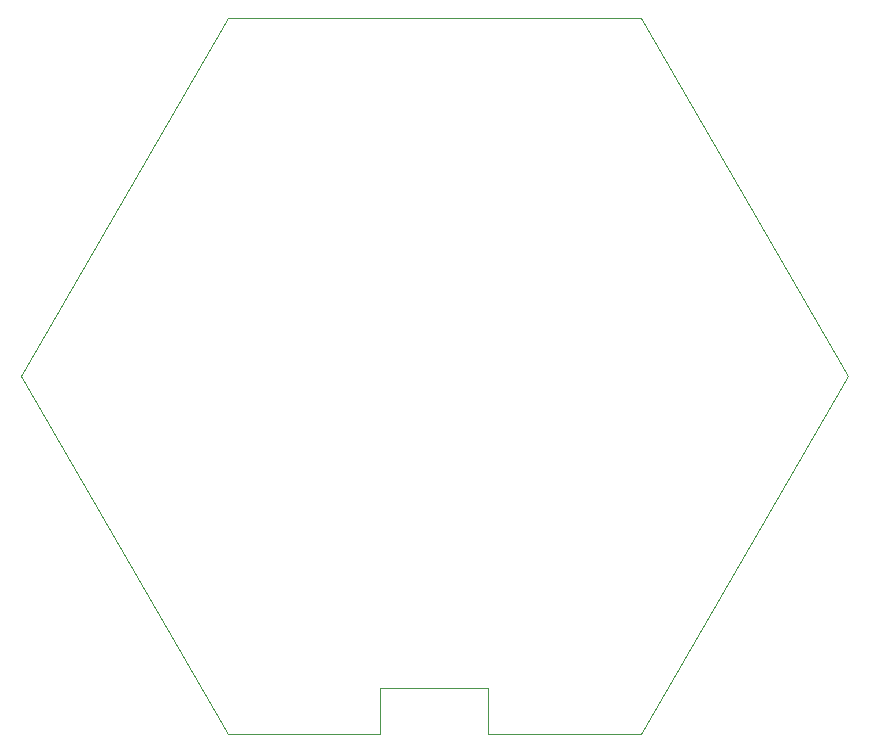
<source format=gm1>
G04 #@! TF.GenerationSoftware,KiCad,Pcbnew,(5.1.5)-3*
G04 #@! TF.CreationDate,2020-08-17T10:15:18+02:00*
G04 #@! TF.ProjectId,Power_module_v1,506f7765-725f-46d6-9f64-756c655f7631,rev?*
G04 #@! TF.SameCoordinates,Original*
G04 #@! TF.FileFunction,Profile,NP*
%FSLAX46Y46*%
G04 Gerber Fmt 4.6, Leading zero omitted, Abs format (unit mm)*
G04 Created by KiCad (PCBNEW (5.1.5)-3) date 2020-08-17 10:15:18*
%MOMM*%
%LPD*%
G04 APERTURE LIST*
%ADD10C,0.050000*%
G04 APERTURE END LIST*
D10*
X87500000Y-77941800D02*
X105000000Y-47631100D01*
X105000000Y-108252500D02*
X87500000Y-77941800D01*
X105000000Y-108252500D02*
X117927120Y-108252500D01*
X117927120Y-108252500D02*
X117927120Y-104336680D01*
X117927120Y-104336680D02*
X127071120Y-104336680D01*
X127071120Y-104336680D02*
X127071120Y-108252500D01*
X127071120Y-108252500D02*
X140000000Y-108252500D01*
X157500000Y-77941800D02*
X140000000Y-108252500D01*
X140000000Y-47631100D02*
X157500000Y-77941800D01*
X105000000Y-47631100D02*
X140000000Y-47631100D01*
M02*

</source>
